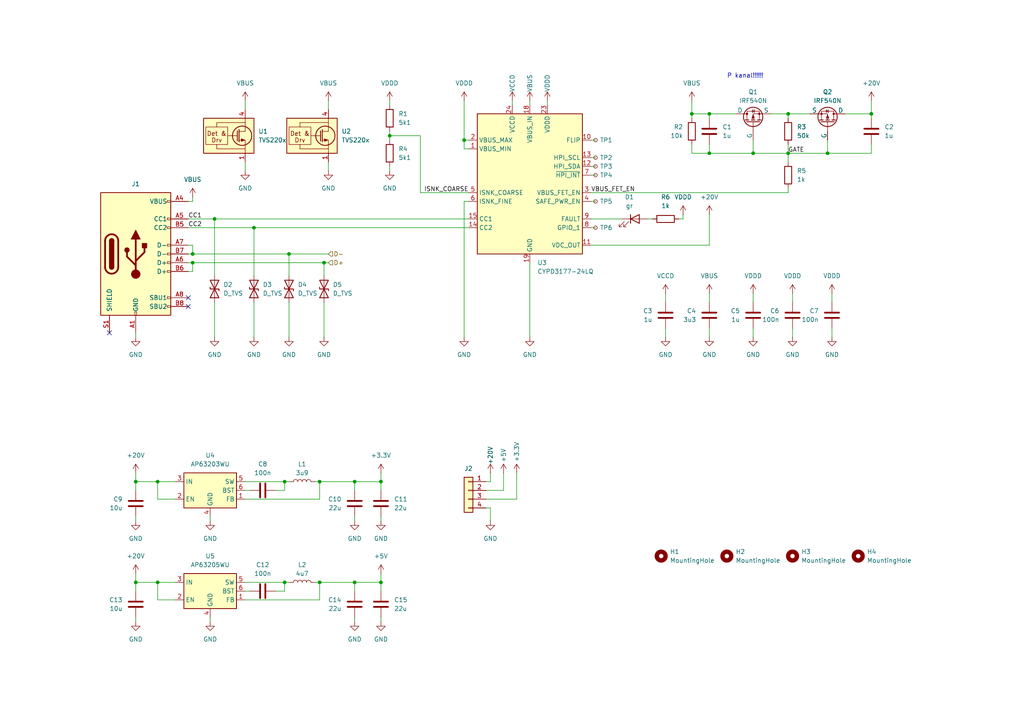
<source format=kicad_sch>
(kicad_sch (version 20231120) (generator "eeschema") (generator_version "8.0")
  (paper "A4")
  (title_block (rev "v1.0") (company "Mechatronik Schule Winterthur"))
  (lib_symbols
    (symbol "Connector:TestPoint_Small" (pin_numbers hide) (pin_names (offset 0.762) hide)
      (property "Reference" "TP" (at 0 3.81 0))
      (property "Value" "TestPoint_Small" (at 0 2.032 0))
      (symbol "TestPoint_Small_0_1"
        (circle (center 0 0) (radius 0.508))
      )
      (symbol "TestPoint_Small_1_1"
        (pin passive line (at 0 0 90) (length 0) (name "1") (number "1"))
      )
    )
    (symbol "Connector:USB_C_Receptacle_USB2.0_16P" (pin_names (offset 1.016))
      (property "Reference" "J" (at 0 22.225 0))
      (property "Value" "USB_C_Receptacle_USB2.0_16P" (at 0 19.685 0))
      (symbol "USB_C_Receptacle_USB2.0_16P_0_0"
        (rectangle (start -0.254 -17.78) (end 0.254 -16.764))
        (rectangle (start 10.16 -14.986) (end 9.144 -15.494))
        (rectangle (start 10.16 -12.446) (end 9.144 -12.954))
        (rectangle (start 10.16 -4.826) (end 9.144 -5.334))
        (rectangle (start 10.16 -2.286) (end 9.144 -2.794))
        (rectangle (start 10.16 0.254) (end 9.144 -0.254))
        (rectangle (start 10.16 2.794) (end 9.144 2.286))
        (rectangle (start 10.16 7.874) (end 9.144 7.366))
        (rectangle (start 10.16 10.414) (end 9.144 9.906))
        (rectangle (start 10.16 15.494) (end 9.144 14.986))
      )
      (symbol "USB_C_Receptacle_USB2.0_16P_0_1"
        (rectangle (start -10.16 17.78) (end 10.16 -17.78) (stroke (width 0.254)) (fill (type background)))
        (arc (start -8.89 -3.81) (mid -6.985 -5.7067) (end -5.08 -3.81) (stroke (width 0.508)))
        (arc (start -7.62 -3.81) (mid -6.985 -4.4423) (end -6.35 -3.81) (stroke (width 0.254)))
        (arc (start -7.62 -3.81) (mid -6.985 -4.4423) (end -6.35 -3.81) (stroke (width 0.254)) (fill (type outline)))
        (rectangle (start -7.62 -3.81) (end -6.35 3.81) (stroke (width 0.254)) (fill (type outline)))
        (arc (start -6.35 3.81) (mid -6.985 4.4423) (end -7.62 3.81) (stroke (width 0.254)))
        (arc (start -6.35 3.81) (mid -6.985 4.4423) (end -7.62 3.81) (stroke (width 0.254)) (fill (type outline)))
        (arc (start -5.08 3.81) (mid -6.985 5.7067) (end -8.89 3.81) (stroke (width 0.508)))
        (circle (center -2.54 1.143) (radius 0.635) (stroke (width 0.254)) (fill (type outline)))
        (circle (center 0 -5.842) (radius 1.27) (fill (type outline)))
        (polyline (pts (xy -8.89 -3.81) (xy -8.89 3.81)) (stroke (width 0.508)))
        (polyline (pts (xy -5.08 3.81) (xy -5.08 -3.81)) (stroke (width 0.508)))
        (polyline (pts (xy 0 -5.842) (xy 0 4.318)) (stroke (width 0.508)))
        (polyline (pts (xy 0 -3.302) (xy -2.54 -0.762) (xy -2.54 0.508)) (stroke (width 0.508)))
        (polyline (pts (xy 0 -2.032) (xy 2.54 0.508) (xy 2.54 1.778)) (stroke (width 0.508)))
        (polyline (pts (xy -1.27 4.318) (xy 0 6.858) (xy 1.27 4.318) (xy -1.27 4.318)) (stroke (width 0.254)) (fill (type outline)))
        (rectangle (start 1.905 1.778) (end 3.175 3.048) (stroke (width 0.254)) (fill (type outline)))
      )
      (symbol "USB_C_Receptacle_USB2.0_16P_1_1"
        (pin passive line (at 0 -22.86 90) (length 5.08) (name "GND") (number "A1"))
        (pin passive line (at 0 -22.86 90) (length 5.08) hide (name "GND") (number "A12"))
        (pin passive line (at 15.24 15.24 180) (length 5.08) (name "VBUS") (number "A4"))
        (pin bidirectional line (at 15.24 10.16 180) (length 5.08) (name "CC1") (number "A5"))
        (pin bidirectional line (at 15.24 -2.54 180) (length 5.08) (name "D+") (number "A6"))
        (pin bidirectional line (at 15.24 2.54 180) (length 5.08) (name "D-") (number "A7"))
        (pin bidirectional line (at 15.24 -12.7 180) (length 5.08) (name "SBU1") (number "A8"))
        (pin passive line (at 15.24 15.24 180) (length 5.08) hide (name "VBUS") (number "A9"))
        (pin passive line (at 0 -22.86 90) (length 5.08) hide (name "GND") (number "B1"))
        (pin passive line (at 0 -22.86 90) (length 5.08) hide (name "GND") (number "B12"))
        (pin passive line (at 15.24 15.24 180) (length 5.08) hide (name "VBUS") (number "B4"))
        (pin bidirectional line (at 15.24 7.62 180) (length 5.08) (name "CC2") (number "B5"))
        (pin bidirectional line (at 15.24 -5.08 180) (length 5.08) (name "D+") (number "B6"))
        (pin bidirectional line (at 15.24 0 180) (length 5.08) (name "D-") (number "B7"))
        (pin bidirectional line (at 15.24 -15.24 180) (length 5.08) (name "SBU2") (number "B8"))
        (pin passive line (at 15.24 15.24 180) (length 5.08) hide (name "VBUS") (number "B9"))
        (pin passive line (at -7.62 -22.86 90) (length 5.08) (name "SHIELD") (number "S1"))
      )
    )
    (symbol "Connector_Generic:Conn_01x04" (pin_names (offset 1.016) hide)
      (property "Reference" "J" (at 0 5.08 0))
      (property "Value" "Conn_01x04" (at 0 -7.62 0))
      (symbol "Conn_01x04_1_1"
        (rectangle (start -1.27 -4.953) (end 0 -5.207) (stroke (width 0.1524)))
        (rectangle (start -1.27 -2.413) (end 0 -2.667) (stroke (width 0.1524)))
        (rectangle (start -1.27 0.127) (end 0 -0.127) (stroke (width 0.1524)))
        (rectangle (start -1.27 2.667) (end 0 2.413) (stroke (width 0.1524)))
        (rectangle (start -1.27 3.81) (end 1.27 -6.35) (stroke (width 0.254)) (fill (type background)))
        (pin passive line (at -5.08 2.54 0) (length 3.81) (name "Pin_1") (number "1"))
        (pin passive line (at -5.08 0 0) (length 3.81) (name "Pin_2") (number "2"))
        (pin passive line (at -5.08 -2.54 0) (length 3.81) (name "Pin_3") (number "3"))
        (pin passive line (at -5.08 -5.08 0) (length 3.81) (name "Pin_4") (number "4"))
      )
    )
    (symbol "Device:C" (pin_numbers hide) (pin_names (offset 0.254))
      (property "Reference" "C" (at 0.635 2.54 0))
      (property "Value" "C" (at 0.635 -2.54 0))
      (symbol "C_0_1"
        (polyline (pts (xy -2.032 -0.762) (xy 2.032 -0.762)) (stroke (width 0.508)))
        (polyline (pts (xy -2.032 0.762) (xy 2.032 0.762)) (stroke (width 0.508)))
      )
      (symbol "C_1_1"
        (pin passive line (at 0 3.81 270) (length 2.794) (name "~") (number "1"))
        (pin passive line (at 0 -3.81 90) (length 2.794) (name "~") (number "2"))
      )
    )
    (symbol "Device:D_TVS" (pin_numbers hide) (pin_names (offset 1.016) hide)
      (property "Reference" "D" (at 0 2.54 0))
      (property "Value" "D_TVS" (at 0 -2.54 0))
      (symbol "D_TVS_0_1"
        (polyline (pts (xy 1.27 0) (xy -1.27 0)))
        (polyline (pts (xy 0.508 1.27) (xy 0 1.27) (xy 0 -1.27) (xy -0.508 -1.27)) (stroke (width 0.254)))
        (polyline (pts (xy -2.54 1.27) (xy -2.54 -1.27) (xy 2.54 1.27) (xy 2.54 -1.27) (xy -2.54 1.27)) (stroke (width 0.254)))
      )
      (symbol "D_TVS_1_1"
        (pin passive line (at -3.81 0 0) (length 2.54) (name "A1") (number "1"))
        (pin passive line (at 3.81 0 180) (length 2.54) (name "A2") (number "2"))
      )
    )
    (symbol "Device:L" (pin_numbers hide) (pin_names (offset 1.016) hide)
      (property "Reference" "L" (at -1.27 0 90))
      (property "Value" "L" (at 1.905 0 90))
      (symbol "L_0_1"
        (arc (start 0 -2.54) (mid 0.6323 -1.905) (end 0 -1.27))
        (arc (start 0 -1.27) (mid 0.6323 -0.635) (end 0 0))
        (arc (start 0 0) (mid 0.6323 0.635) (end 0 1.27))
        (arc (start 0 1.27) (mid 0.6323 1.905) (end 0 2.54))
      )
      (symbol "L_1_1"
        (pin passive line (at 0 3.81 270) (length 1.27) (name "1") (number "1"))
        (pin passive line (at 0 -3.81 90) (length 1.27) (name "2") (number "2"))
      )
    )
    (symbol "Device:LED" (pin_numbers hide) (pin_names (offset 1.016) hide)
      (property "Reference" "D" (at 0 2.54 0))
      (property "Value" "LED" (at 0 -2.54 0))
      (symbol "LED_0_1"
        (polyline (pts (xy -1.27 -1.27) (xy -1.27 1.27)) (stroke (width 0.254)))
        (polyline (pts (xy -1.27 0) (xy 1.27 0)))
        (polyline (pts (xy 1.27 -1.27) (xy 1.27 1.27) (xy -1.27 0) (xy 1.27 -1.27)) (stroke (width 0.254)))
        (polyline (pts (xy -3.048 -0.762) (xy -4.572 -2.286) (xy -3.81 -2.286) (xy -4.572 -2.286) (xy -4.572 -1.524)))
        (polyline (pts (xy -1.778 -0.762) (xy -3.302 -2.286) (xy -2.54 -2.286) (xy -3.302 -2.286) (xy -3.302 -1.524)))
      )
      (symbol "LED_1_1"
        (pin passive line (at -3.81 0 0) (length 2.54) (name "K") (number "1"))
        (pin passive line (at 3.81 0 180) (length 2.54) (name "A") (number "2"))
      )
    )
    (symbol "Device:R" (pin_numbers hide) (pin_names (offset 0))
      (property "Reference" "R" (at 2.032 0 90))
      (property "Value" "R" (at 0 0 90))
      (symbol "R_0_1"
        (rectangle (start -1.016 -2.54) (end 1.016 2.54) (stroke (width 0.254)))
      )
      (symbol "R_1_1"
        (pin passive line (at 0 3.81 270) (length 1.27) (name "~") (number "1"))
        (pin passive line (at 0 -3.81 90) (length 1.27) (name "~") (number "2"))
      )
    )
    (symbol "Interface_USB:CYPD3177-24LQ"
      (property "Reference" "U" (at -13.97 21.59 0))
      (property "Value" "CYPD3177-24LQ" (at 10.16 -21.59 0))
      (symbol "CYPD3177-24LQ_0_1"
        (rectangle (start -15.24 20.32) (end 15.24 -20.32) (stroke (width 0.254)) (fill (type background)))
      )
      (symbol "CYPD3177-24LQ_1_1"
        (pin input line (at -17.78 10.16 0) (length 2.54) (name "VBUS_MIN") (number "1"))
        (pin output line (at 17.78 12.7 180) (length 2.54) (name "FLIP") (number "10"))
        (pin output line (at 17.78 -17.78 180) (length 2.54) (name "VDC_OUT") (number "11"))
        (pin bidirectional line (at 17.78 5.08 180) (length 2.54) (name "HPI_SDA") (number "12"))
        (pin bidirectional line (at 17.78 7.62 180) (length 2.54) (name "HPI_SCL") (number "13"))
        (pin bidirectional line (at -17.78 -12.7 0) (length 2.54) (name "CC2") (number "14"))
        (pin bidirectional line (at -17.78 -10.16 0) (length 2.54) (name "CC1") (number "15"))
        (pin no_connect line (at -15.24 2.54 0) (length 2.54) hide (name "NC") (number "16"))
        (pin no_connect line (at -15.24 5.08 0) (length 2.54) hide (name "NC") (number "17"))
        (pin power_in line (at 0 22.86 270) (length 2.54) (name "VBUS_IN") (number "18"))
        (pin power_in line (at 0 -22.86 90) (length 2.54) (name "GND") (number "19"))
        (pin input line (at -17.78 12.7 0) (length 2.54) (name "VBUS_MAX") (number "2"))
        (pin no_connect line (at 15.24 17.78 180) (length 2.54) hide (name "NC") (number "20"))
        (pin no_connect line (at 15.24 15.24 180) (length 2.54) hide (name "NC") (number "21"))
        (pin passive line (at 0 -22.86 90) (length 2.54) hide (name "GND") (number "22"))
        (pin power_out line (at 5.08 22.86 270) (length 2.54) (name "VDDD") (number "23"))
        (pin power_out line (at -5.08 22.86 270) (length 2.54) (name "VCCD") (number "24"))
        (pin passive line (at 0 -22.86 90) (length 2.54) hide (name "GND") (number "25"))
        (pin output line (at 17.78 -2.54 180) (length 2.54) (name "VBUS_FET_EN") (number "3"))
        (pin output line (at 17.78 -5.08 180) (length 2.54) (name "SAFE_PWR_EN") (number "4"))
        (pin input line (at -17.78 -2.54 0) (length 2.54) (name "ISNK_COARSE") (number "5"))
        (pin input line (at -17.78 -5.08 0) (length 2.54) (name "ISNK_FINE") (number "6"))
        (pin input line (at 17.78 2.54 180) (length 2.54) (name "~{HPI_INT}") (number "7"))
        (pin bidirectional line (at 17.78 -12.7 180) (length 2.54) (name "GPIO_1") (number "8"))
        (pin output line (at 17.78 -10.16 180) (length 2.54) (name "FAULT") (number "9"))
      )
    )
    (symbol "Mechanical:MountingHole" (pin_names (offset 1.016)) (exclude_from_sim yes) (in_bom no)
      (property "Reference" "H" (at 0 5.08 0))
      (property "Value" "MountingHole" (at 0 3.175 0))
      (symbol "MountingHole_0_1"
        (circle (center 0 0) (radius 1.27) (stroke (width 1.27)))
      )
    )
    (symbol "Power_Protection:TVS2200DRV" (pin_names (offset 0) hide)
      (property "Reference" "U" (at 2.54 1.27 0))
      (property "Value" "TVS2200DRV" (at 2.54 -1.27 0))
      (symbol "TVS2200DRV_0_0"
        (rectangle (start -11.43 2.54) (end -5.08 -2.54))
        (polyline (pts (xy 0 1.27) (xy -1.778 1.27)))
        (polyline (pts (xy -8.255 -2.54) (xy -8.255 -3.81) (xy 0 -3.81)))
        (polyline (pts (xy -8.255 2.54) (xy -8.255 3.81) (xy 0 3.81)))
        (text "Det &" (at -8.255 0.635 0) (effects (font (size 1.27 1.27))))
        (text "Drv" (at -8.255 -1.27 0) (effects (font (size 1.27 1.27))))
      )
      (symbol "TVS2200DRV_0_1"
        (rectangle (start -12.065 5.08) (end 2.54 -5.08) (stroke (width 0.254)) (fill (type background)))
        (circle (center -0.889 0) (radius 2.794) (stroke (width 0.254)))
        (polyline (pts (xy -2.286 0) (xy -5.08 0)))
        (polyline (pts (xy -2.286 1.397) (xy -2.286 -1.524)) (stroke (width 0.254)))
        (polyline (pts (xy -1.778 1.778) (xy -1.778 -1.778)) (stroke (width 0.254)))
        (polyline (pts (xy 0 -2.54) (xy 0 -5.08)))
        (polyline (pts (xy 0 2.54) (xy 0 1.27)))
        (polyline (pts (xy 0 5.08) (xy 0 2.54)))
        (polyline (pts (xy 0 -2.54) (xy 0 -1.27) (xy -1.778 -1.27)))
        (polyline (pts (xy -0.127 -1.27) (xy -1.143 -1.651) (xy -1.143 -0.889) (xy -0.127 -1.27)) (fill (type outline)))
      )
      (symbol "TVS2200DRV_1_1"
        (pin power_in line (at 0 -7.62 90) (length 2.54) (name "GND") (number "1"))
        (pin passive line (at 0 -7.62 90) (length 2.54) hide (name "GND") (number "2"))
        (pin passive line (at 0 -7.62 90) (length 2.54) hide (name "GND") (number "3"))
        (pin passive line (at 0 7.62 270) (length 2.54) (name "IN") (number "4"))
        (pin passive line (at 0 7.62 270) (length 2.54) hide (name "IN") (number "5"))
        (pin passive line (at 0 7.62 270) (length 2.54) hide (name "IN") (number "6"))
        (pin passive line (at 0 -7.62 90) (length 2.54) hide (name "GND") (number "7"))
      )
    )
    (symbol "Regulator_Switching:AP63203WU"
      (property "Reference" "U" (at -7.62 6.35 0))
      (property "Value" "AP63203WU" (at 2.54 6.35 0))
      (symbol "AP63203WU_0_1"
        (rectangle (start -7.62 5.08) (end 7.62 -5.08) (stroke (width 0.254)) (fill (type background)))
      )
      (symbol "AP63203WU_1_1"
        (pin input line (at 10.16 -2.54 180) (length 2.54) (name "FB") (number "1"))
        (pin input line (at -10.16 -2.54 0) (length 2.54) (name "EN") (number "2"))
        (pin power_in line (at -10.16 2.54 0) (length 2.54) (name "IN") (number "3"))
        (pin power_in line (at 0 -7.62 90) (length 2.54) (name "GND") (number "4"))
        (pin output line (at 10.16 2.54 180) (length 2.54) (name "SW") (number "5"))
        (pin passive line (at 10.16 0 180) (length 2.54) (name "BST") (number "6"))
      )
    )
    (symbol "Regulator_Switching:AP63205WU"
      (property "Reference" "U" (at -7.62 6.35 0))
      (property "Value" "AP63205WU" (at 2.54 6.35 0))
      (symbol "AP63205WU_0_1"
        (rectangle (start -7.62 5.08) (end 7.62 -5.08) (stroke (width 0.254)) (fill (type background)))
      )
      (symbol "AP63205WU_1_1"
        (pin input line (at 10.16 -2.54 180) (length 2.54) (name "FB") (number "1"))
        (pin input line (at -10.16 -2.54 0) (length 2.54) (name "EN") (number "2"))
        (pin power_in line (at -10.16 2.54 0) (length 2.54) (name "IN") (number "3"))
        (pin power_in line (at 0 -7.62 90) (length 2.54) (name "GND") (number "4"))
        (pin output line (at 10.16 2.54 180) (length 2.54) (name "SW") (number "5"))
        (pin passive line (at 10.16 0 180) (length 2.54) (name "BST") (number "6"))
      )
    )
    (symbol "Simulation_SPICE:PMOS" (pin_numbers hide) (pin_names (offset 0))
      (property "Reference" "Q" (at 5.08 1.27 0))
      (property "Value" "PMOS" (at 5.08 -1.27 0))
      (symbol "PMOS_0_1"
        (polyline (pts (xy 0.254 0) (xy -2.54 0)))
        (polyline (pts (xy 0.254 1.905) (xy 0.254 -1.905)) (stroke (width 0.254)))
        (polyline (pts (xy 0.762 -1.27) (xy 0.762 -2.286)) (stroke (width 0.254)))
        (polyline (pts (xy 0.762 0.508) (xy 0.762 -0.508)) (stroke (width 0.254)))
        (polyline (pts (xy 0.762 2.286) (xy 0.762 1.27)) (stroke (width 0.254)))
        (polyline (pts (xy 2.54 2.54) (xy 2.54 1.778)))
        (polyline (pts (xy 2.54 -2.54) (xy 2.54 0) (xy 0.762 0)))
        (polyline (pts (xy 0.762 1.778) (xy 3.302 1.778) (xy 3.302 -1.778) (xy 0.762 -1.778)))
        (polyline (pts (xy 2.286 0) (xy 1.27 0.381) (xy 1.27 -0.381) (xy 2.286 0)) (fill (type outline)))
        (polyline (pts (xy 2.794 -0.508) (xy 2.921 -0.381) (xy 3.683 -0.381) (xy 3.81 -0.254)))
        (polyline (pts (xy 3.302 -0.381) (xy 2.921 0.254) (xy 3.683 0.254) (xy 3.302 -0.381)))
        (circle (center 1.651 0) (radius 2.794) (stroke (width 0.254)))
        (circle (center 2.54 -1.778) (radius 0.254) (fill (type outline)))
        (circle (center 2.54 1.778) (radius 0.254) (fill (type outline)))
      )
      (symbol "PMOS_1_1"
        (pin passive line (at 2.54 5.08 270) (length 2.54) (name "D") (number "1"))
        (pin input line (at -5.08 0 0) (length 2.54) (name "G") (number "2"))
        (pin passive line (at 2.54 -5.08 90) (length 2.54) (name "S") (number "3"))
      )
    )
    (symbol "power:+3.3V" (power) (pin_numbers hide) (pin_names (offset 0) hide)
      (property "Value" "+3.3V" (at 0 3.556 0))
      (symbol "+3.3V_0_1"
        (polyline (pts (xy -0.762 1.27) (xy 0 2.54)))
        (polyline (pts (xy 0 0) (xy 0 2.54)))
        (polyline (pts (xy 0 2.54) (xy 0.762 1.27)))
      )
      (symbol "+3.3V_1_1"
        (pin power_in line (at 0 0 90) (length 0) (name "~") (number "1"))
      )
    )
    (symbol "power:+5V" (power) (pin_numbers hide) (pin_names (offset 0) hide)
      (property "Value" "+5V" (at 0 3.556 0))
      (symbol "+5V_0_1"
        (polyline (pts (xy -0.762 1.27) (xy 0 2.54)))
        (polyline (pts (xy 0 0) (xy 0 2.54)))
        (polyline (pts (xy 0 2.54) (xy 0.762 1.27)))
      )
      (symbol "+5V_1_1"
        (pin power_in line (at 0 0 90) (length 0) (name "~") (number "1"))
      )
    )
    (symbol "power:GND" (power) (pin_numbers hide) (pin_names (offset 0) hide)
      (property "Value" "GND" (at 0 -3.81 0))
      (symbol "GND_0_1"
        (polyline (pts (xy 0 0) (xy 0 -1.27) (xy 1.27 -1.27) (xy 0 -2.54) (xy -1.27 -1.27) (xy 0 -1.27)))
      )
      (symbol "GND_1_1"
        (pin power_in line (at 0 0 270) (length 0) (name "~") (number "1"))
      )
    )
    (symbol "power:VBUS" (power) (pin_numbers hide) (pin_names (offset 0) hide)
      (property "Value" "VBUS" (at 0 3.556 0))
      (symbol "VBUS_0_1"
        (polyline (pts (xy -0.762 1.27) (xy 0 2.54)))
        (polyline (pts (xy 0 0) (xy 0 2.54)))
        (polyline (pts (xy 0 2.54) (xy 0.762 1.27)))
      )
      (symbol "VBUS_1_1"
        (pin power_in line (at 0 0 90) (length 0) (name "~") (number "1"))
      )
    )
    (symbol "power:VCC" (power) (pin_numbers hide) (pin_names (offset 0) hide)
      (property "Value" "VCC" (at 0 3.556 0))
      (symbol "VCC_0_1"
        (polyline (pts (xy -0.762 1.27) (xy 0 2.54)))
        (polyline (pts (xy 0 0) (xy 0 2.54)))
        (polyline (pts (xy 0 2.54) (xy 0.762 1.27)))
      )
      (symbol "VCC_1_1"
        (pin power_in line (at 0 0 90) (length 0) (name "~") (number "1"))
      )
    )
  )
  (junction (at 110.49 139.7))
  (junction (at 205.74 44.45))
  (junction (at 228.6 33.02))
  (junction (at 102.87 139.7))
  (junction (at 45.72 168.91))
  (junction (at 45.72 139.7))
  (junction (at 62.23 63.5))
  (junction (at 92.71 168.91))
  (junction (at 55.88 73.66))
  (junction (at 83.82 73.66))
  (junction (at 252.73 33.02))
  (junction (at 218.44 44.45))
  (junction (at 110.49 168.91))
  (junction (at 93.98 76.2))
  (junction (at 39.37 168.91))
  (junction (at 200.66 33.02))
  (junction (at 82.55 168.91))
  (junction (at 102.87 168.91))
  (junction (at 73.66 66.04))
  (junction (at 92.71 139.7))
  (junction (at 113.03 39.37))
  (junction (at 240.03 44.45))
  (junction (at 55.88 76.2))
  (junction (at 39.37 139.7))
  (junction (at 82.55 139.7))
  (junction (at 228.6 44.45))
  (junction (at 134.62 40.64))
  (junction (at 205.74 33.02))
  (no_connect (at 54.61 86.36))
  (no_connect (at 31.75 96.52))
  (no_connect (at 54.61 88.9))
  (wire (pts (xy 140.97 144.78) (xy 149.86 144.78)))
  (wire (pts (xy 218.44 40.64) (xy 218.44 44.45)))
  (wire (pts (xy 39.37 149.86) (xy 39.37 151.13)))
  (wire (pts (xy 71.12 173.99) (xy 92.71 173.99)))
  (wire (pts (xy 55.88 78.74) (xy 55.88 76.2)))
  (wire (pts (xy 73.66 66.04) (xy 135.89 66.04)))
  (wire (pts (xy 205.74 71.12) (xy 171.45 71.12)))
  (wire (pts (xy 82.55 171.45) (xy 82.55 168.91)))
  (wire (pts (xy 91.44 168.91) (xy 92.71 168.91)))
  (wire (pts (xy 228.6 54.61) (xy 228.6 55.88)))
  (wire (pts (xy 113.03 29.21) (xy 113.03 30.48)))
  (wire (pts (xy 171.45 58.42) (xy 172.72 58.42)))
  (wire (pts (xy 54.61 63.5) (xy 62.23 63.5)))
  (wire (pts (xy 45.72 173.99) (xy 45.72 168.91)))
  (wire (pts (xy 71.12 29.21) (xy 71.12 31.75)))
  (wire (pts (xy 110.49 179.07) (xy 110.49 180.34)))
  (wire (pts (xy 102.87 149.86) (xy 102.87 151.13)))
  (wire (pts (xy 153.67 76.2) (xy 153.67 97.79)))
  (wire (pts (xy 92.71 173.99) (xy 92.71 168.91)))
  (wire (pts (xy 39.37 168.91) (xy 45.72 168.91)))
  (wire (pts (xy 228.6 41.91) (xy 228.6 44.45)))
  (wire (pts (xy 205.74 62.23) (xy 205.74 71.12)))
  (wire (pts (xy 55.88 58.42) (xy 54.61 58.42)))
  (wire (pts (xy 91.44 139.7) (xy 92.71 139.7)))
  (wire (pts (xy 229.87 95.25) (xy 229.87 97.79)))
  (wire (pts (xy 50.8 144.78) (xy 45.72 144.78)))
  (wire (pts (xy 92.71 144.78) (xy 92.71 139.7)))
  (wire (pts (xy 102.87 168.91) (xy 110.49 168.91)))
  (wire (pts (xy 135.89 43.18) (xy 134.62 43.18)))
  (wire (pts (xy 45.72 139.7) (xy 50.8 139.7)))
  (wire (pts (xy 95.25 46.99) (xy 95.25 49.53)))
  (wire (pts (xy 71.12 139.7) (xy 82.55 139.7)))
  (wire (pts (xy 71.12 46.99) (xy 71.12 49.53)))
  (wire (pts (xy 62.23 63.5) (xy 62.23 80.01)))
  (wire (pts (xy 39.37 168.91) (xy 39.37 171.45)))
  (wire (pts (xy 171.45 45.72) (xy 172.72 45.72)))
  (wire (pts (xy 54.61 78.74) (xy 55.88 78.74)))
  (wire (pts (xy 102.87 139.7) (xy 102.87 142.24)))
  (wire (pts (xy 39.37 96.52) (xy 39.37 97.79)))
  (wire (pts (xy 140.97 142.24) (xy 146.05 142.24)))
  (wire (pts (xy 110.49 168.91) (xy 110.49 171.45)))
  (wire (pts (xy 134.62 29.21) (xy 134.62 40.64)))
  (wire (pts (xy 54.61 66.04) (xy 73.66 66.04)))
  (wire (pts (xy 110.49 137.16) (xy 110.49 139.7)))
  (wire (pts (xy 62.23 63.5) (xy 135.89 63.5)))
  (wire (pts (xy 252.73 29.21) (xy 252.73 33.02)))
  (wire (pts (xy 241.3 85.09) (xy 241.3 87.63)))
  (wire (pts (xy 205.74 95.25) (xy 205.74 97.79)))
  (wire (pts (xy 187.96 63.5) (xy 189.23 63.5)))
  (wire (pts (xy 80.01 171.45) (xy 82.55 171.45)))
  (wire (pts (xy 93.98 76.2) (xy 93.98 80.01)))
  (wire (pts (xy 54.61 76.2) (xy 55.88 76.2)))
  (wire (pts (xy 73.66 66.04) (xy 73.66 80.01)))
  (wire (pts (xy 60.96 149.86) (xy 60.96 151.13)))
  (wire (pts (xy 158.75 29.21) (xy 158.75 30.48)))
  (wire (pts (xy 45.72 144.78) (xy 45.72 139.7)))
  (wire (pts (xy 82.55 142.24) (xy 82.55 139.7)))
  (wire (pts (xy 142.24 139.7) (xy 142.24 137.16)))
  (wire (pts (xy 54.61 71.12) (xy 55.88 71.12)))
  (wire (pts (xy 205.74 33.02) (xy 205.74 34.29)))
  (wire (pts (xy 135.89 58.42) (xy 134.62 58.42)))
  (wire (pts (xy 200.66 33.02) (xy 200.66 34.29)))
  (wire (pts (xy 71.12 142.24) (xy 72.39 142.24)))
  (wire (pts (xy 50.8 173.99) (xy 45.72 173.99)))
  (wire (pts (xy 240.03 40.64) (xy 240.03 44.45)))
  (wire (pts (xy 218.44 44.45) (xy 228.6 44.45)))
  (wire (pts (xy 92.71 139.7) (xy 102.87 139.7)))
  (wire (pts (xy 102.87 168.91) (xy 102.87 171.45)))
  (wire (pts (xy 153.67 29.21) (xy 153.67 30.48)))
  (wire (pts (xy 39.37 139.7) (xy 45.72 139.7)))
  (wire (pts (xy 92.71 168.91) (xy 102.87 168.91)))
  (wire (pts (xy 193.04 85.09) (xy 193.04 87.63)))
  (wire (pts (xy 171.45 40.64) (xy 172.72 40.64)))
  (wire (pts (xy 121.92 39.37) (xy 121.92 55.88)))
  (wire (pts (xy 148.59 29.21) (xy 148.59 30.48)))
  (wire (pts (xy 140.97 139.7) (xy 142.24 139.7)))
  (wire (pts (xy 146.05 137.16) (xy 146.05 142.24)))
  (wire (pts (xy 218.44 95.25) (xy 218.44 97.79)))
  (wire (pts (xy 205.74 33.02) (xy 213.36 33.02)))
  (wire (pts (xy 240.03 44.45) (xy 252.73 44.45)))
  (wire (pts (xy 252.73 44.45) (xy 252.73 41.91)))
  (wire (pts (xy 73.66 87.63) (xy 73.66 97.79)))
  (wire (pts (xy 171.45 50.8) (xy 172.72 50.8)))
  (wire (pts (xy 55.88 57.15) (xy 55.88 58.42)))
  (wire (pts (xy 121.92 55.88) (xy 135.89 55.88)))
  (wire (pts (xy 149.86 144.78) (xy 149.86 137.16)))
  (wire (pts (xy 102.87 179.07) (xy 102.87 180.34)))
  (wire (pts (xy 102.87 139.7) (xy 110.49 139.7)))
  (wire (pts (xy 83.82 73.66) (xy 83.82 80.01)))
  (wire (pts (xy 54.61 73.66) (xy 55.88 73.66)))
  (wire (pts (xy 113.03 40.64) (xy 113.03 39.37)))
  (wire (pts (xy 93.98 87.63) (xy 93.98 97.79)))
  (wire (pts (xy 171.45 48.26) (xy 172.72 48.26)))
  (wire (pts (xy 223.52 33.02) (xy 228.6 33.02)))
  (wire (pts (xy 200.66 44.45) (xy 205.74 44.45)))
  (wire (pts (xy 228.6 55.88) (xy 171.45 55.88)))
  (wire (pts (xy 93.98 76.2) (xy 95.25 76.2)))
  (wire (pts (xy 95.25 29.21) (xy 95.25 31.75)))
  (wire (pts (xy 200.66 41.91) (xy 200.66 44.45)))
  (wire (pts (xy 198.12 63.5) (xy 198.12 62.23)))
  (wire (pts (xy 241.3 95.25) (xy 241.3 97.79)))
  (wire (pts (xy 110.49 139.7) (xy 110.49 142.24)))
  (wire (pts (xy 228.6 44.45) (xy 228.6 46.99)))
  (wire (pts (xy 82.55 139.7) (xy 83.82 139.7)))
  (wire (pts (xy 80.01 142.24) (xy 82.55 142.24)))
  (wire (pts (xy 39.37 166.37) (xy 39.37 168.91)))
  (wire (pts (xy 121.92 39.37) (xy 113.03 39.37)))
  (wire (pts (xy 171.45 66.04) (xy 172.72 66.04)))
  (wire (pts (xy 45.72 168.91) (xy 50.8 168.91)))
  (wire (pts (xy 134.62 43.18) (xy 134.62 40.64)))
  (wire (pts (xy 39.37 139.7) (xy 39.37 142.24)))
  (wire (pts (xy 252.73 33.02) (xy 252.73 34.29)))
  (wire (pts (xy 193.04 95.25) (xy 193.04 97.79)))
  (wire (pts (xy 55.88 71.12) (xy 55.88 73.66)))
  (wire (pts (xy 113.03 49.53) (xy 113.03 48.26)))
  (wire (pts (xy 113.03 38.1) (xy 113.03 39.37)))
  (wire (pts (xy 134.62 40.64) (xy 135.89 40.64)))
  (wire (pts (xy 229.87 85.09) (xy 229.87 87.63)))
  (wire (pts (xy 205.74 85.09) (xy 205.74 87.63)))
  (wire (pts (xy 171.45 63.5) (xy 180.34 63.5)))
  (wire (pts (xy 110.49 166.37) (xy 110.49 168.91)))
  (wire (pts (xy 228.6 33.02) (xy 234.95 33.02)))
  (wire (pts (xy 200.66 33.02) (xy 205.74 33.02)))
  (wire (pts (xy 71.12 144.78) (xy 92.71 144.78)))
  (wire (pts (xy 39.37 179.07) (xy 39.37 180.34)))
  (wire (pts (xy 134.62 58.42) (xy 134.62 97.79)))
  (wire (pts (xy 200.66 29.21) (xy 200.66 33.02)))
  (wire (pts (xy 71.12 171.45) (xy 72.39 171.45)))
  (wire (pts (xy 142.24 147.32) (xy 142.24 151.13)))
  (wire (pts (xy 228.6 33.02) (xy 228.6 34.29)))
  (wire (pts (xy 218.44 85.09) (xy 218.44 87.63)))
  (wire (pts (xy 110.49 149.86) (xy 110.49 151.13)))
  (wire (pts (xy 245.11 33.02) (xy 252.73 33.02)))
  (wire (pts (xy 196.85 63.5) (xy 198.12 63.5)))
  (wire (pts (xy 140.97 147.32) (xy 142.24 147.32)))
  (wire (pts (xy 228.6 44.45) (xy 240.03 44.45)))
  (wire (pts (xy 39.37 137.16) (xy 39.37 139.7)))
  (wire (pts (xy 55.88 76.2) (xy 93.98 76.2)))
  (wire (pts (xy 205.74 41.91) (xy 205.74 44.45)))
  (wire (pts (xy 62.23 87.63) (xy 62.23 97.79)))
  (wire (pts (xy 82.55 168.91) (xy 83.82 168.91)))
  (wire (pts (xy 60.96 179.07) (xy 60.96 180.34)))
  (wire (pts (xy 55.88 73.66) (xy 83.82 73.66)))
  (wire (pts (xy 83.82 73.66) (xy 95.25 73.66)))
  (wire (pts (xy 71.12 168.91) (xy 82.55 168.91)))
  (wire (pts (xy 205.74 44.45) (xy 218.44 44.45)))
  (wire (pts (xy 83.82 87.63) (xy 83.82 97.79)))
  (text "P kanal!!!!!" (at 216.154 22.098 0) (effects (font (size 1.27 1.27))))
  (label "GATE" (at 228.6 44.45 0))
  (label "ISNK_COARSE" (at 135.89 55.88 180))
  (label "CC1" (at 54.61 63.5 0))
  (label "CC2" (at 54.61 66.04 0))
  (label "VBUS_FET_EN" (at 171.45 55.88 0))
  (hierarchical_label "D-" (shape input) (at 95.25 73.66 0))
  (hierarchical_label "D+" (shape input) (at 95.25 76.2 0))
  (symbol (lib_id "power:GND") (at 93.98 97.79 0) (unit 1)
    (property "Reference" "#PWR025" (effects (hide yes)))
    (property "Value" "GND" (at 93.98 102.87 0))
    (property "Description" "Power symbol creates a global label with name \"GND\" , ground" (effects (hide yes)))
  )
  (symbol (lib_id "Interface_USB:CYPD3177-24LQ") (at 153.67 53.34 0) (unit 1)
    (property "Reference" "U3" (at 155.8641 76.2 0) (effects (justify left)))
    (property "Value" "CYPD3177-24LQ" (at 155.8641 78.74 0) (effects (justify left)))
    (property "Footprint" "Package_DFN_QFN:QFN-24-1EP_4x4mm_P0.5mm_EP2.75x2.75mm" (effects (hide yes)))
    (property "Datasheet" "https://www.infineon.com/dgdl/Infineon-EZ-PD_BCR_Datasheet_USB_Type-C_Port_Controller_for_Power_Sinks-DataSheet-v03_00-EN.pdf?fileId=8ac78c8c7d0d8da4017d0ee7ce9d70ad" (effects (hide yes)))
    (property "Description" "Stand-alone USB PD controller (with sink Auto-run mode), QFN-24" (effects (hide yes)))
  )
  (symbol (lib_id "Device:C") (at 110.49 146.05 0) (unit 1)
    (property "Reference" "C11" (at 114.3 144.7799 0) (effects (justify left)))
    (property "Value" "22u" (at 114.3 147.3199 0) (effects (justify left)))
    (property "Footprint" "Capacitor_SMD:C_0805_2012Metric" (effects (hide yes)))
    (property "Description" "Unpolarized capacitor" (effects (hide yes)))
  )
  (symbol (lib_id "power:VBUS") (at 193.04 85.09 0) (unit 1)
    (property "Reference" "#PWR016" (effects (hide yes)))
    (property "Value" "VCCD" (at 193.04 80.01 0))
    (property "Description" "Power symbol creates a global label with name \"VBUS\"" (effects (hide yes)))
  )
  (symbol (lib_id "Device:R") (at 228.6 50.8 0) (mirror y) (unit 1)
    (property "Reference" "R5" (at 231.14 49.5299 0) (effects (justify right)))
    (property "Value" "1k" (at 231.14 52.0699 0) (effects (justify right)))
    (property "Footprint" "Resistor_SMD:R_0805_2012Metric" (effects (hide yes)))
    (property "Description" "Resistor" (effects (hide yes)))
  )
  (symbol (lib_id "Device:L") (at 87.63 168.91 90) (unit 1)
    (property "Reference" "L2" (at 87.63 163.83 90))
    (property "Value" "4u7" (at 87.63 166.37 90))
    (property "Footprint" "Inductor_SMD_Wurth:L_Wurth_WE-LQSH-4020" (effects (hide yes)))
    (property "Description" "Inductor" (effects (hide yes)))
  )
  (symbol (lib_id "power:GND") (at 110.49 151.13 0) (unit 1)
    (property "Reference" "#PWR041" (effects (hide yes)))
    (property "Value" "GND" (at 110.49 156.21 0))
    (property "Description" "Power symbol creates a global label with name \"GND\" , ground" (effects (hide yes)))
  )
  (symbol (lib_id "Power_Protection:TVS2200DRV") (at 71.12 39.37 0) (unit 1)
    (property "Reference" "U1" (at 74.93 38.0999 0) (effects (justify left)))
    (property "Value" "TVS220x" (at 74.93 40.6399 0) (effects (justify left)))
    (property "Footprint" "Package_SON:WSON-6-1EP_2x2mm_P0.65mm_EP1x1.6mm" (effects (hide yes)))
    (property "Datasheet" "http://www.ti.com/lit/ds/symlink/tvs2200.pdf" (effects (hide yes)))
    (property "Description" "Flat-Clamp Surge Protection Device. 22Vrwm, WSON-6" (effects (hide yes)))
  )
  (symbol (lib_id "power:VCC") (at 39.37 137.16 0) (unit 1)
    (property "Reference" "#PWR033" (effects (hide yes)))
    (property "Value" "+20V" (at 39.37 132.08 0))
    (property "Description" "Power symbol creates a global label with name \"VCC\"" (effects (hide yes)))
  )
  (symbol (lib_id "Device:D_TVS") (at 62.23 83.82 90) (unit 1)
    (property "Reference" "D2" (at 64.77 82.5499 90) (effects (justify right)))
    (property "Value" "D_TVS" (at 64.77 85.0899 90) (effects (justify right)))
    (property "Footprint" "Diode_SMD:D_0603_1608Metric" (effects (hide yes)))
    (property "Description" "Bidirectional transient-voltage-suppression diode" (effects (hide yes)))
  )
  (symbol (lib_id "Mechanical:MountingHole") (at 210.82 161.29 0) (unit 1) (exclude_from_sim yes) (in_bom no)
    (property "Reference" "H2" (at 213.36 160.0199 0) (effects (justify left)))
    (property "Value" "MountingHole" (at 213.36 162.5599 0) (effects (justify left)))
    (property "Footprint" "MountingHole:MountingHole_3.2mm_M3" (effects (hide yes)))
    (property "Description" "Mounting Hole without connection" (effects (hide yes)))
  )
  (symbol (lib_id "power:VBUS") (at 153.67 29.21 0) (unit 1)
    (property "Reference" "#PWR06" (effects (hide yes)))
    (property "Value" "VBUS" (at 153.67 24.13 90))
    (property "Description" "Power symbol creates a global label with name \"VBUS\"" (effects (hide yes)))
  )
  (symbol (lib_id "power:GND") (at 39.37 180.34 0) (unit 1)
    (property "Reference" "#PWR045" (effects (hide yes)))
    (property "Value" "GND" (at 39.37 185.42 0))
    (property "Description" "Power symbol creates a global label with name \"GND\" , ground" (effects (hide yes)))
  )
  (symbol (lib_id "Connector:TestPoint_Small") (at 172.72 40.64 0) (unit 1)
    (property "Reference" "TP1" (at 173.99 40.6399 0) (effects (justify left)))
    (property "Value" "TestPoint_Small" (effects (hide yes)))
    (property "Footprint" "TestPoint:TestPoint_Pad_D1.0mm" (effects (hide yes)))
    (property "Description" "test point" (effects (hide yes)))
  )
  (symbol (lib_id "power:GND") (at 102.87 180.34 0) (unit 1)
    (property "Reference" "#PWR047" (effects (hide yes)))
    (property "Value" "GND" (at 102.87 185.42 0))
    (property "Description" "Power symbol creates a global label with name \"GND\" , ground" (effects (hide yes)))
  )
  (symbol (lib_id "power:GND") (at 62.23 97.79 0) (unit 1)
    (property "Reference" "#PWR022" (effects (hide yes)))
    (property "Value" "GND" (at 62.23 102.87 0))
    (property "Description" "Power symbol creates a global label with name \"GND\" , ground" (effects (hide yes)))
  )
  (symbol (lib_id "power:GND") (at 142.24 151.13 0) (unit 1)
    (property "Reference" "#PWR042" (effects (hide yes)))
    (property "Value" "GND" (at 142.24 156.21 0))
    (property "Description" "Power symbol creates a global label with name \"GND\" , ground" (effects (hide yes)))
  )
  (symbol (lib_id "power:GND") (at 134.62 97.79 0) (unit 1)
    (property "Reference" "#PWR026" (effects (hide yes)))
    (property "Value" "GND" (at 134.62 102.87 0))
    (property "Description" "Power symbol creates a global label with name \"GND\" , ground" (effects (hide yes)))
  )
  (symbol (lib_id "power:GND") (at 71.12 49.53 0) (unit 1)
    (property "Reference" "#PWR010" (effects (hide yes)))
    (property "Value" "GND" (at 71.12 54.61 0))
    (property "Description" "Power symbol creates a global label with name \"GND\" , ground" (effects (hide yes)))
  )
  (symbol (lib_id "power:GND") (at 153.67 97.79 0) (unit 1)
    (property "Reference" "#PWR027" (effects (hide yes)))
    (property "Value" "GND" (at 153.67 102.87 0))
    (property "Description" "Power symbol creates a global label with name \"GND\" , ground" (effects (hide yes)))
  )
  (symbol (lib_id "power:+5V") (at 146.05 137.16 0) (unit 1)
    (property "Reference" "#PWR036" (effects (hide yes)))
    (property "Value" "+5V" (at 146.05 132.08 90))
    (property "Description" "Power symbol creates a global label with name \"+5V\"" (effects (hide yes)))
  )
  (symbol (lib_id "power:VBUS") (at 229.87 85.09 0) (unit 1)
    (property "Reference" "#PWR019" (effects (hide yes)))
    (property "Value" "VDDD" (at 229.87 80.01 0))
    (property "Description" "Power symbol creates a global label with name \"VBUS\"" (effects (hide yes)))
  )
  (symbol (lib_id "Device:LED") (at 184.15 63.5 0) (unit 1)
    (property "Reference" "D1" (at 182.5625 57.15 0))
    (property "Value" "gr" (at 182.5625 59.69 0))
    (property "Footprint" "Diode_SMD:D_0805_2012Metric" (effects (hide yes)))
    (property "Description" "Light emitting diode" (effects (hide yes)))
  )
  (symbol (lib_id "power:GND") (at 60.96 151.13 0) (unit 1)
    (property "Reference" "#PWR039" (effects (hide yes)))
    (property "Value" "GND" (at 60.96 156.21 0))
    (property "Description" "Power symbol creates a global label with name \"GND\" , ground" (effects (hide yes)))
  )
  (symbol (lib_id "power:VBUS") (at 241.3 85.09 0) (unit 1)
    (property "Reference" "#PWR020" (effects (hide yes)))
    (property "Value" "VDDD" (at 241.3 80.01 0))
    (property "Description" "Power symbol creates a global label with name \"VBUS\"" (effects (hide yes)))
  )
  (symbol (lib_id "power:GND") (at 60.96 180.34 0) (unit 1)
    (property "Reference" "#PWR046" (effects (hide yes)))
    (property "Value" "GND" (at 60.96 185.42 0))
    (property "Description" "Power symbol creates a global label with name \"GND\" , ground" (effects (hide yes)))
  )
  (symbol (lib_id "power:GND") (at 39.37 97.79 0) (unit 1)
    (property "Reference" "#PWR021" (effects (hide yes)))
    (property "Value" "GND" (at 39.37 102.87 0))
    (property "Description" "Power symbol creates a global label with name \"GND\" , ground" (effects (hide yes)))
  )
  (symbol (lib_id "power:VBUS") (at 158.75 29.21 0) (unit 1)
    (property "Reference" "#PWR07" (effects (hide yes)))
    (property "Value" "VDDD" (at 158.75 24.13 90))
    (property "Description" "Power symbol creates a global label with name \"VBUS\"" (effects (hide yes)))
  )
  (symbol (lib_id "power:GND") (at 39.37 151.13 0) (unit 1)
    (property "Reference" "#PWR038" (effects (hide yes)))
    (property "Value" "GND" (at 39.37 156.21 0))
    (property "Description" "Power symbol creates a global label with name \"GND\" , ground" (effects (hide yes)))
  )
  (symbol (lib_id "power:VBUS") (at 71.12 29.21 0) (unit 1)
    (property "Reference" "#PWR01" (effects (hide yes)))
    (property "Value" "VBUS" (at 71.12 24.13 0))
    (property "Description" "Power symbol creates a global label with name \"VBUS\"" (effects (hide yes)))
  )
  (symbol (lib_id "Device:R") (at 113.03 44.45 0) (unit 1)
    (property "Reference" "R4" (at 115.57 43.1799 0) (effects (justify left)))
    (property "Value" "5k1	" (at 115.57 45.7199 0) (effects (justify left)))
    (property "Footprint" "Resistor_SMD:R_0805_2012Metric" (effects (hide yes)))
    (property "Description" "Resistor" (effects (hide yes)))
  )
  (symbol (lib_id "Device:C") (at 39.37 175.26 0) (mirror y) (unit 1)
    (property "Reference" "C13" (at 35.56 173.9899 0) (effects (justify left)))
    (property "Value" "10u" (at 35.56 176.5299 0) (effects (justify left)))
    (property "Footprint" "Capacitor_SMD:C_0805_2012Metric" (effects (hide yes)))
    (property "Description" "Unpolarized capacitor" (effects (hide yes)))
  )
  (symbol (lib_id "Mechanical:MountingHole") (at 229.87 161.29 0) (unit 1) (exclude_from_sim yes) (in_bom no)
    (property "Reference" "H3" (at 232.41 160.0199 0) (effects (justify left)))
    (property "Value" "MountingHole" (at 232.41 162.5599 0) (effects (justify left)))
    (property "Footprint" "MountingHole:MountingHole_3.2mm_M3" (effects (hide yes)))
    (property "Description" "Mounting Hole without connection" (effects (hide yes)))
  )
  (symbol (lib_id "Device:D_TVS") (at 83.82 83.82 90) (unit 1)
    (property "Reference" "D4" (at 86.36 82.5499 90) (effects (justify right)))
    (property "Value" "D_TVS" (at 86.36 85.0899 90) (effects (justify right)))
    (property "Footprint" "Diode_SMD:D_0603_1608Metric" (effects (hide yes)))
    (property "Description" "Bidirectional transient-voltage-suppression diode" (effects (hide yes)))
  )
  (symbol (lib_id "Device:C") (at 76.2 142.24 270) (mirror x) (unit 1)
    (property "Reference" "C8" (at 76.2 134.62 90))
    (property "Value" "100n" (at 76.2 137.16 90))
    (property "Footprint" "Capacitor_SMD:C_0805_2012Metric" (effects (hide yes)))
    (property "Description" "Unpolarized capacitor" (effects (hide yes)))
  )
  (symbol (lib_id "power:VBUS") (at 113.03 29.21 0) (unit 1)
    (property "Reference" "#PWR03" (effects (hide yes)))
    (property "Value" "VDDD" (at 113.03 24.13 0))
    (property "Description" "Power symbol creates a global label with name \"VBUS\"" (effects (hide yes)))
  )
  (symbol (lib_id "Device:C") (at 102.87 175.26 0) (mirror y) (unit 1)
    (property "Reference" "C14" (at 99.06 173.9899 0) (effects (justify left)))
    (property "Value" "22u" (at 99.06 176.5299 0) (effects (justify left)))
    (property "Footprint" "Capacitor_SMD:C_0805_2012Metric" (effects (hide yes)))
    (property "Description" "Unpolarized capacitor" (effects (hide yes)))
  )
  (symbol (lib_id "power:VBUS") (at 200.66 29.21 0) (unit 1)
    (property "Reference" "#PWR08" (effects (hide yes)))
    (property "Value" "VBUS" (at 200.66 24.13 0))
    (property "Description" "Power symbol creates a global label with name \"VBUS\"" (effects (hide yes)))
  )
  (symbol (lib_id "power:GND") (at 205.74 97.79 0) (unit 1)
    (property "Reference" "#PWR029" (effects (hide yes)))
    (property "Value" "GND" (at 205.74 102.87 0))
    (property "Description" "Power symbol creates a global label with name \"GND\" , ground" (effects (hide yes)))
  )
  (symbol (lib_id "power:GND") (at 110.49 180.34 0) (unit 1)
    (property "Reference" "#PWR048" (effects (hide yes)))
    (property "Value" "GND" (at 110.49 185.42 0))
    (property "Description" "Power symbol creates a global label with name \"GND\" , ground" (effects (hide yes)))
  )
  (symbol (lib_id "power:GND") (at 193.04 97.79 0) (unit 1)
    (property "Reference" "#PWR028" (effects (hide yes)))
    (property "Value" "GND" (at 193.04 102.87 0))
    (property "Description" "Power symbol creates a global label with name \"GND\" , ground" (effects (hide yes)))
  )
  (symbol (lib_id "Connector:TestPoint_Small") (at 172.72 50.8 0) (unit 1)
    (property "Reference" "TP4" (at 173.99 50.7999 0) (effects (justify left)))
    (property "Value" "TestPoint_Small" (effects (hide yes)))
    (property "Footprint" "TestPoint:TestPoint_Pad_D1.0mm" (effects (hide yes)))
    (property "Description" "test point" (effects (hide yes)))
  )
  (symbol (lib_id "power:VCC") (at 39.37 166.37 0) (unit 1)
    (property "Reference" "#PWR043" (effects (hide yes)))
    (property "Value" "+20V" (at 39.37 161.29 0))
    (property "Description" "Power symbol creates a global label with name \"VCC\"" (effects (hide yes)))
  )
  (symbol (lib_id "Connector:TestPoint_Small") (at 172.72 45.72 0) (unit 1)
    (property "Reference" "TP2" (at 173.99 45.7199 0) (effects (justify left)))
    (property "Value" "TestPoint_Small" (effects (hide yes)))
    (property "Footprint" "TestPoint:TestPoint_Pad_D1.0mm" (effects (hide yes)))
    (property "Description" "test point" (effects (hide yes)))
  )
  (symbol (lib_id "Connector:TestPoint_Small") (at 172.72 66.04 0) (unit 1)
    (property "Reference" "TP6" (at 173.99 66.0399 0) (effects (justify left)))
    (property "Value" "TestPoint_Small" (effects (hide yes)))
    (property "Footprint" "TestPoint:TestPoint_Pad_D1.0mm" (effects (hide yes)))
    (property "Description" "test point" (effects (hide yes)))
  )
  (symbol (lib_id "Device:C") (at 205.74 38.1 0) (unit 1)
    (property "Reference" "C1" (at 209.55 36.8299 0) (effects (justify left)))
    (property "Value" "1u" (at 209.55 39.3699 0) (effects (justify left)))
    (property "Footprint" "Capacitor_SMD:C_0805_2012Metric" (effects (hide yes)))
    (property "Description" "Unpolarized capacitor" (effects (hide yes)))
  )
  (symbol (lib_id "Connector:TestPoint_Small") (at 172.72 58.42 0) (unit 1)
    (property "Reference" "TP5" (at 173.99 58.4199 0) (effects (justify left)))
    (property "Value" "TestPoint_Small" (effects (hide yes)))
    (property "Footprint" "TestPoint:TestPoint_Pad_D1.0mm" (effects (hide yes)))
    (property "Description" "test point" (effects (hide yes)))
  )
  (symbol (lib_id "Device:C") (at 205.74 91.44 0) (mirror y) (unit 1)
    (property "Reference" "C4" (at 201.93 90.1699 0) (effects (justify left)))
    (property "Value" "3u3" (at 201.93 92.7099 0) (effects (justify left)))
    (property "Footprint" "Capacitor_SMD:C_0805_2012Metric" (effects (hide yes)))
    (property "Description" "Unpolarized capacitor" (effects (hide yes)))
  )
  (symbol (lib_id "Device:R") (at 200.66 38.1 0) (mirror y) (unit 1)
    (property "Reference" "R2" (at 198.12 36.8299 0) (effects (justify left)))
    (property "Value" "10k" (at 198.12 39.3699 0) (effects (justify left)))
    (property "Footprint" "Resistor_SMD:R_0805_2012Metric" (effects (hide yes)))
    (property "Description" "Resistor" (effects (hide yes)))
  )
  (symbol (lib_id "Device:C") (at 76.2 171.45 270) (mirror x) (unit 1)
    (property "Reference" "C12" (at 76.2 163.83 90))
    (property "Value" "100n" (at 76.2 166.37 90))
    (property "Footprint" "Capacitor_SMD:C_0805_2012Metric" (effects (hide yes)))
    (property "Description" "Unpolarized capacitor" (effects (hide yes)))
  )
  (symbol (lib_id "power:GND") (at 113.03 49.53 0) (unit 1)
    (property "Reference" "#PWR012" (effects (hide yes)))
    (property "Value" "GND" (at 113.03 54.61 0))
    (property "Description" "Power symbol creates a global label with name \"GND\" , ground" (effects (hide yes)))
  )
  (symbol (lib_id "power:VBUS") (at 205.74 85.09 0) (unit 1)
    (property "Reference" "#PWR017" (effects (hide yes)))
    (property "Value" "VBUS" (at 205.74 80.01 0))
    (property "Description" "Power symbol creates a global label with name \"VBUS\"" (effects (hide yes)))
  )
  (symbol (lib_id "power:GND") (at 83.82 97.79 0) (unit 1)
    (property "Reference" "#PWR024" (effects (hide yes)))
    (property "Value" "GND" (at 83.82 102.87 0))
    (property "Description" "Power symbol creates a global label with name \"GND\" , ground" (effects (hide yes)))
  )
  (symbol (lib_id "power:VBUS") (at 55.88 57.15 0) (unit 1)
    (property "Reference" "#PWR013" (effects (hide yes)))
    (property "Value" "VBUS" (at 55.88 52.07 0))
    (property "Description" "Power symbol creates a global label with name \"VBUS\"" (effects (hide yes)))
  )
  (symbol (lib_id "Device:C") (at 241.3 91.44 0) (mirror y) (unit 1)
    (property "Reference" "C7" (at 237.49 90.1699 0) (effects (justify left)))
    (property "Value" "100n" (at 237.49 92.7099 0) (effects (justify left)))
    (property "Footprint" "Capacitor_SMD:C_0805_2012Metric" (effects (hide yes)))
    (property "Description" "Unpolarized capacitor" (effects (hide yes)))
  )
  (symbol (lib_id "power:VBUS") (at 134.62 29.21 0) (unit 1)
    (property "Reference" "#PWR04" (effects (hide yes)))
    (property "Value" "VDDD" (at 134.62 24.13 0))
    (property "Description" "Power symbol creates a global label with name \"VBUS\"" (effects (hide yes)))
  )
  (symbol (lib_id "Device:C") (at 252.73 38.1 0) (unit 1)
    (property "Reference" "C2" (at 256.54 36.8299 0) (effects (justify left)))
    (property "Value" "1u" (at 256.54 39.3699 0) (effects (justify left)))
    (property "Footprint" "Capacitor_SMD:C_0805_2012Metric" (effects (hide yes)))
    (property "Description" "Unpolarized capacitor" (effects (hide yes)))
  )
  (symbol (lib_id "power:VBUS") (at 148.59 29.21 0) (unit 1)
    (property "Reference" "#PWR05" (effects (hide yes)))
    (property "Value" "VCCD" (at 148.59 24.13 90))
    (property "Description" "Power symbol creates a global label with name \"VBUS\"" (effects (hide yes)))
  )
  (symbol (lib_id "power:VBUS") (at 95.25 29.21 0) (unit 1)
    (property "Reference" "#PWR02" (effects (hide yes)))
    (property "Value" "VBUS" (at 95.25 24.13 0))
    (property "Description" "Power symbol creates a global label with name \"VBUS\"" (effects (hide yes)))
  )
  (symbol (lib_id "Device:C") (at 218.44 91.44 0) (mirror y) (unit 1)
    (property "Reference" "C5" (at 214.63 90.1699 0) (effects (justify left)))
    (property "Value" "1u" (at 214.63 92.7099 0) (effects (justify left)))
    (property "Footprint" "Capacitor_SMD:C_0805_2012Metric" (effects (hide yes)))
    (property "Description" "Unpolarized capacitor" (effects (hide yes)))
  )
  (symbol (lib_id "power:VCC") (at 205.74 62.23 0) (unit 1)
    (property "Reference" "#PWR015" (effects (hide yes)))
    (property "Value" "+20V" (at 205.74 57.15 0))
    (property "Description" "Power symbol creates a global label with name \"VCC\"" (effects (hide yes)))
  )
  (symbol (lib_id "power:GND") (at 95.25 49.53 0) (unit 1)
    (property "Reference" "#PWR011" (effects (hide yes)))
    (property "Value" "GND" (at 95.25 54.61 0))
    (property "Description" "Power symbol creates a global label with name \"GND\" , ground" (effects (hide yes)))
  )
  (symbol (lib_id "power:+3.3V") (at 149.86 137.16 0) (unit 1)
    (property "Reference" "#PWR037" (effects (hide yes)))
    (property "Value" "+3.3V" (at 149.86 131.064 90))
    (property "Description" "Power symbol creates a global label with name \"+3.3V\"" (effects (hide yes)))
  )
  (symbol (lib_id "Simulation_SPICE:PMOS") (at 218.44 35.56 90) (unit 1)
    (property "Reference" "Q1" (at 218.44 26.67 90))
    (property "Value" "IRF540N" (at 218.44 29.21 90))
    (property "Footprint" "Package_TO_SOT_THT:TO-220-3_Vertical" (effects (hide yes)))
    (property "Datasheet" "https://ngspice.sourceforge.io/docs/ngspice-html-manual/manual.xhtml#cha_MOSFETs" (effects (hide yes)))
    (property "Description" "P-MOSFET transistor, drain/source/gate" (effects (hide yes)))
    (property "Sim.Device" "PMOS" (effects (hide yes)))
    (property "Sim.Type" "VDMOS" (effects (hide yes)))
    (property "Sim.Pins" "1=D 2=G 3=S" (effects (hide yes)))
  )
  (symbol (lib_id "Device:R") (at 228.6 38.1 0) (unit 1)
    (property "Reference" "R3" (at 231.14 36.8299 0) (effects (justify left)))
    (property "Value" "50k" (at 231.14 39.3699 0) (effects (justify left)))
    (property "Footprint" "Resistor_SMD:R_0805_2012Metric" (effects (hide yes)))
    (property "Description" "Resistor" (effects (hide yes)))
  )
  (symbol (lib_id "power:+3.3V") (at 110.49 137.16 0) (unit 1)
    (property "Reference" "#PWR034" (effects (hide yes)))
    (property "Value" "+3.3V" (at 110.49 132.08 0))
    (property "Description" "Power symbol creates a global label with name \"+3.3V\"" (effects (hide yes)))
  )
  (symbol (lib_id "Mechanical:MountingHole") (at 191.77 161.29 0) (unit 1) (exclude_from_sim yes) (in_bom no)
    (property "Reference" "H1" (at 194.31 160.0199 0) (effects (justify left)))
    (property "Value" "MountingHole" (at 194.31 162.5599 0) (effects (justify left)))
    (property "Footprint" "MountingHole:MountingHole_3.2mm_M3" (effects (hide yes)))
    (property "Description" "Mounting Hole without connection" (effects (hide yes)))
  )
  (symbol (lib_id "Connector_Generic:Conn_01x04") (at 135.89 142.24 0) (mirror y) (unit 1)
    (property "Reference" "J2" (at 135.89 135.89 0))
    (property "Value" "Conn_01x04" (effects (hide yes)))
    (property "Footprint" "Connector_Phoenix_GMSTB:PhoenixContact_GMSTBA_2,5_4-G-7,62_1x04_P7.62mm_Horizontal" (effects (hide yes)))
    (property "Description" "Generic connector, single row, 01x04, script generated (kicad-library-utils/schlib/autogen/connector/)" (effects (hide yes)))
  )
  (symbol (lib_id "power:VBUS") (at 198.12 62.23 0) (unit 1)
    (property "Reference" "#PWR014" (effects (hide yes)))
    (property "Value" "VDDD" (at 198.12 57.15 0))
    (property "Description" "Power symbol creates a global label with name \"VBUS\"" (effects (hide yes)))
  )
  (symbol (lib_id "Device:C") (at 193.04 91.44 0) (mirror y) (unit 1)
    (property "Reference" "C3" (at 189.23 90.1699 0) (effects (justify left)))
    (property "Value" "1u" (at 189.23 92.7099 0) (effects (justify left)))
    (property "Footprint" "Capacitor_SMD:C_0805_2012Metric" (effects (hide yes)))
    (property "Description" "Unpolarized capacitor" (effects (hide yes)))
  )
  (symbol (lib_id "power:VCC") (at 252.73 29.21 0) (unit 1)
    (property "Reference" "#PWR09" (effects (hide yes)))
    (property "Value" "+20V" (at 252.73 24.13 0))
    (property "Description" "Power symbol creates a global label with name \"VCC\"" (effects (hide yes)))
  )
  (symbol (lib_id "Mechanical:MountingHole") (at 248.92 161.29 0) (unit 1) (exclude_from_sim yes) (in_bom no)
    (property "Reference" "H4" (at 251.46 160.0199 0) (effects (justify left)))
    (property "Value" "MountingHole" (at 251.46 162.5599 0) (effects (justify left)))
    (property "Footprint" "MountingHole:MountingHole_3.2mm_M3" (effects (hide yes)))
    (property "Description" "Mounting Hole without connection" (effects (hide yes)))
  )
  (symbol (lib_id "Device:L") (at 87.63 139.7 90) (unit 1)
    (property "Reference" "L1" (at 87.63 134.62 90))
    (property "Value" "3u9" (at 87.63 137.16 90))
    (property "Footprint" "Inductor_SMD_Wurth:L_Wurth_WE-LQSH-4020" (effects (hide yes)))
    (property "Description" "Inductor" (effects (hide yes)))
  )
  (symbol (lib_id "Device:R") (at 193.04 63.5 90) (unit 1)
    (property "Reference" "R6" (at 193.04 57.15 90))
    (property "Value" "1k" (at 193.04 59.69 90))
    (property "Footprint" "Resistor_SMD:R_0805_2012Metric" (effects (hide yes)))
    (property "Description" "Resistor" (effects (hide yes)))
  )
  (symbol (lib_id "power:+5V") (at 110.49 166.37 0) (unit 1)
    (property "Reference" "#PWR044" (effects (hide yes)))
    (property "Value" "+5V" (at 110.49 161.29 0))
    (property "Description" "Power symbol creates a global label with name \"+5V\"" (effects (hide yes)))
  )
  (symbol (lib_id "Regulator_Switching:AP63205WU") (at 60.96 171.45 0) (unit 1)
    (property "Reference" "U5" (at 60.96 161.29 0))
    (property "Value" "AP63205WU" (at 60.96 163.83 0))
    (property "Footprint" "Package_TO_SOT_SMD:TSOT-23-6" (effects (hide yes)))
    (property "Datasheet" "https://www.diodes.com/assets/Datasheets/AP63200-AP63201-AP63203-AP63205.pdf" (effects (hide yes)))
    (property "Description" "2A, 1.1MHz Buck DC/DC Converter, fixed 5.0V output voltage, TSOT-23-6" (effects (hide yes)))
  )
  (symbol (lib_id "Connector:USB_C_Receptacle_USB2.0_16P") (at 39.37 73.66 0) (unit 1)
    (property "Reference" "J1" (at 39.37 53.34 0))
    (property "Value" "USB_C_Receptacle_USB2.0_16P" (effects (hide yes)))
    (property "Footprint" "Connector_USB:USB_C_Receptacle_GCT_USB4105-xx-A_16P_TopMnt_Horizontal" (effects (hide yes)))
    (property "Datasheet" "https://www.usb.org/sites/default/files/documents/usb_type-c.zip" (effects (hide yes)))
    (property "Description" "USB 2.0-only 16P Type-C Receptacle connector" (effects (hide yes)))
  )
  (symbol (lib_id "Device:C") (at 39.37 146.05 0) (mirror y) (unit 1)
    (property "Reference" "C9" (at 35.56 144.7799 0) (effects (justify left)))
    (property "Value" "10u" (at 35.56 147.3199 0) (effects (justify left)))
    (property "Footprint" "Capacitor_SMD:C_0805_2012Metric" (effects (hide yes)))
    (property "Description" "Unpolarized capacitor" (effects (hide yes)))
  )
  (symbol (lib_id "power:GND") (at 241.3 97.79 0) (unit 1)
    (property "Reference" "#PWR032" (effects (hide yes)))
    (property "Value" "GND" (at 241.3 102.87 0))
    (property "Description" "Power symbol creates a global label with name \"GND\" , ground" (effects (hide yes)))
  )
  (symbol (lib_id "power:GND") (at 102.87 151.13 0) (unit 1)
    (property "Reference" "#PWR040" (effects (hide yes)))
    (property "Value" "GND" (at 102.87 156.21 0))
    (property "Description" "Power symbol creates a global label with name \"GND\" , ground" (effects (hide yes)))
  )
  (symbol (lib_id "Device:C") (at 229.87 91.44 0) (mirror y) (unit 1)
    (property "Reference" "C6" (at 226.06 90.1699 0) (effects (justify left)))
    (property "Value" "100n" (at 226.06 92.7099 0) (effects (justify left)))
    (property "Footprint" "Capacitor_SMD:C_0805_2012Metric" (effects (hide yes)))
    (property "Description" "Unpolarized capacitor" (effects (hide yes)))
  )
  (symbol (lib_id "Device:D_TVS") (at 73.66 83.82 90) (unit 1)
    (property "Reference" "D3" (at 76.2 82.5499 90) (effects (justify right)))
    (property "Value" "D_TVS" (at 76.2 85.0899 90) (effects (justify right)))
    (property "Footprint" "Diode_SMD:D_0603_1608Metric" (effects (hide yes)))
    (property "Description" "Bidirectional transient-voltage-suppression diode" (effects (hide yes)))
  )
  (symbol (lib_id "Device:R") (at 113.03 34.29 0) (unit 1)
    (property "Reference" "R1" (at 115.57 33.0199 0) (effects (justify left)))
    (property "Value" "5k1" (at 115.57 35.5599 0) (effects (justify left)))
    (property "Footprint" "Resistor_SMD:R_0805_2012Metric" (effects (hide yes)))
    (property "Description" "Resistor" (effects (hide yes)))
  )
  (symbol (lib_id "Simulation_SPICE:PMOS") (at 240.03 35.56 270) (mirror x) (unit 1)
    (property "Reference" "Q2" (at 240.03 26.67 90))
    (property "Value" "IRF540N" (at 240.03 29.21 90))
    (property "Footprint" "Package_TO_SOT_THT:TO-220-3_Vertical" (effects (hide yes)))
    (property "Datasheet" "https://ngspice.sourceforge.io/docs/ngspice-html-manual/manual.xhtml#cha_MOSFETs" (effects (hide yes)))
    (property "Description" "P-MOSFET transistor, drain/source/gate" (effects (hide yes)))
    (property "Sim.Device" "PMOS" (effects (hide yes)))
    (property "Sim.Type" "VDMOS" (effects (hide yes)))
    (property "Sim.Pins" "1=D 2=G 3=S" (effects (hide yes)))
  )
  (symbol (lib_id "Power_Protection:TVS2200DRV") (at 95.25 39.37 0) (unit 1)
    (property "Reference" "U2" (at 99.06 38.0999 0) (effects (justify left)))
    (property "Value" "TVS220x" (at 99.06 40.6399 0) (effects (justify left)))
    (property "Footprint" "Package_SON:WSON-6-1EP_2x2mm_P0.65mm_EP1x1.6mm" (effects (hide yes)))
    (property "Datasheet" "http://www.ti.com/lit/ds/symlink/tvs2200.pdf" (effects (hide yes)))
    (property "Description" "Flat-Clamp Surge Protection Device. 22Vrwm, WSON-6" (effects (hide yes)))
  )
  (symbol (lib_id "power:VBUS") (at 218.44 85.09 0) (unit 1)
    (property "Reference" "#PWR018" (effects (hide yes)))
    (property "Value" "VDDD" (at 218.44 80.01 0))
    (property "Description" "Power symbol creates a global label with name \"VBUS\"" (effects (hide yes)))
  )
  (symbol (lib_id "Device:C") (at 102.87 146.05 0) (mirror y) (unit 1)
    (property "Reference" "C10" (at 99.06 144.7799 0) (effects (justify left)))
    (property "Value" "22u" (at 99.06 147.3199 0) (effects (justify left)))
    (property "Footprint" "Capacitor_SMD:C_0805_2012Metric" (effects (hide yes)))
    (property "Description" "Unpolarized capacitor" (effects (hide yes)))
  )
  (symbol (lib_id "Regulator_Switching:AP63203WU") (at 60.96 142.24 0) (unit 1)
    (property "Reference" "U4" (at 60.96 132.08 0))
    (property "Value" "AP63203WU" (at 60.96 134.62 0))
    (property "Footprint" "Package_TO_SOT_SMD:TSOT-23-6" (effects (hide yes)))
    (property "Datasheet" "https://www.diodes.com/assets/Datasheets/AP63200-AP63201-AP63203-AP63205.pdf" (effects (hide yes)))
    (property "Description" "2A, 1.1MHz Buck DC/DC Converter, fixed 3.3V output voltage, TSOT-23-6" (effects (hide yes)))
  )
  (symbol (lib_id "Device:C") (at 110.49 175.26 0) (unit 1)
    (property "Reference" "C15" (at 114.3 173.9899 0) (effects (justify left)))
    (property "Value" "22u" (at 114.3 176.5299 0) (effects (justify left)))
    (property "Footprint" "Capacitor_SMD:C_0805_2012Metric" (effects (hide yes)))
    (property "Description" "Unpolarized capacitor" (effects (hide yes)))
  )
  (symbol (lib_id "power:VCC") (at 142.24 137.16 0) (unit 1)
    (property "Reference" "#PWR035" (effects (hide yes)))
    (property "Value" "+20V" (at 142.24 132.08 90))
    (property "Description" "Power symbol creates a global label with name \"VCC\"" (effects (hide yes)))
  )
  (symbol (lib_id "Connector:TestPoint_Small") (at 172.72 48.26 0) (unit 1)
    (property "Reference" "TP3" (at 173.99 48.2599 0) (effects (justify left)))
    (property "Value" "TestPoint_Small" (effects (hide yes)))
    (property "Footprint" "TestPoint:TestPoint_Pad_D1.0mm" (effects (hide yes)))
    (property "Description" "test point" (effects (hide yes)))
  )
  (symbol (lib_id "power:GND") (at 218.44 97.79 0) (unit 1)
    (property "Reference" "#PWR030" (effects (hide yes)))
    (property "Value" "GND" (at 218.44 102.87 0))
    (property "Description" "Power symbol creates a global label with name \"GND\" , ground" (effects (hide yes)))
  )
  (symbol (lib_id "Device:D_TVS") (at 93.98 83.82 90) (unit 1)
    (property "Reference" "D5" (at 96.52 82.5499 90) (effects (justify right)))
    (property "Value" "D_TVS" (at 96.52 85.0899 90) (effects (justify right)))
    (property "Footprint" "Diode_SMD:D_0603_1608Metric" (effects (hide yes)))
    (property "Description" "Bidirectional transient-voltage-suppression diode" (effects (hide yes)))
  )
  (symbol (lib_id "power:GND") (at 229.87 97.79 0) (unit 1)
    (property "Reference" "#PWR031" (effects (hide yes)))
    (property "Value" "GND" (at 229.87 102.87 0))
    (property "Description" "Power symbol creates a global label with name \"GND\" , ground" (effects (hide yes)))
  )
  (symbol (lib_id "power:GND") (at 73.66 97.79 0) (unit 1)
    (property "Reference" "#PWR023" (effects (hide yes)))
    (property "Value" "GND" (at 73.66 102.87 0))
    (property "Description" "Power symbol creates a global label with name \"GND\" , ground" (effects (hide yes)))
  )
)
</source>
